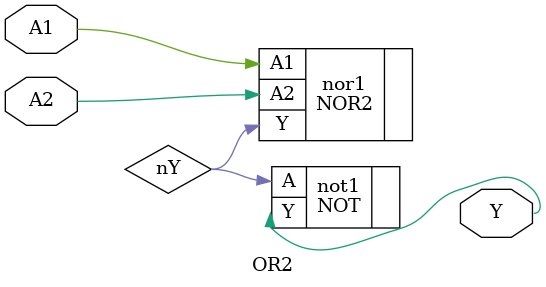
<source format=v>
`include "../NOR2/NOR2.v"
`include "../NOT/NOT.v"

module OR2(
    output Y,
    input A1,
    input A2
);
    wire nY;
    NOR2 nor1(.A1(A1), .A2(A2), .Y(nY));
    NOT not1(.A(nY), .Y(Y));
endmodule
</source>
